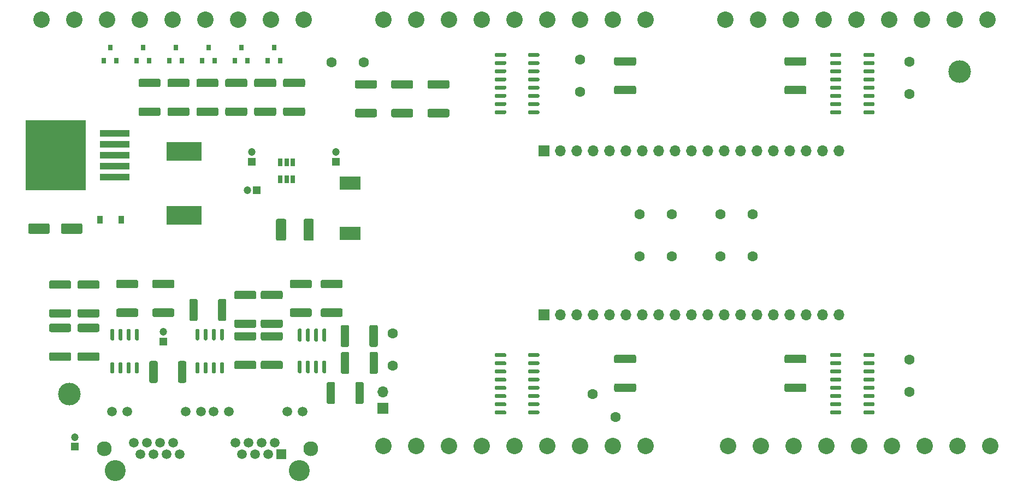
<source format=gts>
%TF.GenerationSoftware,KiCad,Pcbnew,(5.1.12)-1*%
%TF.CreationDate,2023-04-30T22:07:06+02:00*%
%TF.ProjectId,roomcontroller,726f6f6d-636f-46e7-9472-6f6c6c65722e,rev?*%
%TF.SameCoordinates,Original*%
%TF.FileFunction,Soldermask,Top*%
%TF.FilePolarity,Negative*%
%FSLAX46Y46*%
G04 Gerber Fmt 4.6, Leading zero omitted, Abs format (unit mm)*
G04 Created by KiCad (PCBNEW (5.1.12)-1) date 2023-04-30 22:07:06*
%MOMM*%
%LPD*%
G01*
G04 APERTURE LIST*
%ADD10O,1.700000X1.700000*%
%ADD11R,1.700000X1.700000*%
%ADD12C,1.600000*%
%ADD13C,2.540000*%
%ADD14C,3.500000*%
%ADD15C,1.200000*%
%ADD16R,1.200000X1.200000*%
%ADD17R,5.400000X2.900000*%
%ADD18R,3.200000X2.000000*%
%ADD19R,0.650000X1.220000*%
%ADD20R,0.800000X0.900000*%
%ADD21R,9.400000X10.800000*%
%ADD22R,4.600000X1.100000*%
%ADD23C,1.500000*%
%ADD24C,2.300000*%
%ADD25C,3.250000*%
%ADD26R,1.500000X1.500000*%
%ADD27R,0.900000X1.200000*%
G04 APERTURE END LIST*
D10*
%TO.C,ESP1*%
X112620000Y-55750000D03*
X115160000Y-55750000D03*
D11*
X107540000Y-55750000D03*
D10*
X120240000Y-55750000D03*
X127860000Y-55750000D03*
X110080000Y-55750000D03*
X117700000Y-55750000D03*
X122780000Y-55750000D03*
X130400000Y-55750000D03*
X125320000Y-55750000D03*
X140560000Y-55750000D03*
X132940000Y-55750000D03*
X150720000Y-55750000D03*
X135480000Y-55750000D03*
X153260000Y-55750000D03*
X143100000Y-55750000D03*
X138020000Y-55750000D03*
X145640000Y-55750000D03*
X148180000Y-55750000D03*
X112620000Y-81150000D03*
X115160000Y-81150000D03*
D11*
X107540000Y-81150000D03*
D10*
X120240000Y-81150000D03*
X127860000Y-81150000D03*
X110080000Y-81150000D03*
X117700000Y-81150000D03*
X122780000Y-81150000D03*
X130400000Y-81150000D03*
X125320000Y-81150000D03*
X140560000Y-81150000D03*
X132940000Y-81150000D03*
X150720000Y-81150000D03*
X135480000Y-81150000D03*
X153260000Y-81150000D03*
X143100000Y-81150000D03*
X138020000Y-81150000D03*
X145640000Y-81150000D03*
X148180000Y-81150000D03*
%TD*%
D12*
%TO.C,C16*%
X115064466Y-93464466D03*
X118600000Y-97000000D03*
%TD*%
%TO.C,C15*%
X164170000Y-93120000D03*
X164170000Y-88120000D03*
%TD*%
%TO.C,C13*%
X113070000Y-41610000D03*
X113070000Y-46610000D03*
%TD*%
%TO.C,U4*%
G36*
G01*
X153610000Y-96125000D02*
X153610000Y-96425000D01*
G75*
G02*
X153460000Y-96575000I-150000J0D01*
G01*
X152010000Y-96575000D01*
G75*
G02*
X151860000Y-96425000I0J150000D01*
G01*
X151860000Y-96125000D01*
G75*
G02*
X152010000Y-95975000I150000J0D01*
G01*
X153460000Y-95975000D01*
G75*
G02*
X153610000Y-96125000I0J-150000D01*
G01*
G37*
G36*
G01*
X153610000Y-94855000D02*
X153610000Y-95155000D01*
G75*
G02*
X153460000Y-95305000I-150000J0D01*
G01*
X152010000Y-95305000D01*
G75*
G02*
X151860000Y-95155000I0J150000D01*
G01*
X151860000Y-94855000D01*
G75*
G02*
X152010000Y-94705000I150000J0D01*
G01*
X153460000Y-94705000D01*
G75*
G02*
X153610000Y-94855000I0J-150000D01*
G01*
G37*
G36*
G01*
X153610000Y-93585000D02*
X153610000Y-93885000D01*
G75*
G02*
X153460000Y-94035000I-150000J0D01*
G01*
X152010000Y-94035000D01*
G75*
G02*
X151860000Y-93885000I0J150000D01*
G01*
X151860000Y-93585000D01*
G75*
G02*
X152010000Y-93435000I150000J0D01*
G01*
X153460000Y-93435000D01*
G75*
G02*
X153610000Y-93585000I0J-150000D01*
G01*
G37*
G36*
G01*
X153610000Y-92315000D02*
X153610000Y-92615000D01*
G75*
G02*
X153460000Y-92765000I-150000J0D01*
G01*
X152010000Y-92765000D01*
G75*
G02*
X151860000Y-92615000I0J150000D01*
G01*
X151860000Y-92315000D01*
G75*
G02*
X152010000Y-92165000I150000J0D01*
G01*
X153460000Y-92165000D01*
G75*
G02*
X153610000Y-92315000I0J-150000D01*
G01*
G37*
G36*
G01*
X153610000Y-91045000D02*
X153610000Y-91345000D01*
G75*
G02*
X153460000Y-91495000I-150000J0D01*
G01*
X152010000Y-91495000D01*
G75*
G02*
X151860000Y-91345000I0J150000D01*
G01*
X151860000Y-91045000D01*
G75*
G02*
X152010000Y-90895000I150000J0D01*
G01*
X153460000Y-90895000D01*
G75*
G02*
X153610000Y-91045000I0J-150000D01*
G01*
G37*
G36*
G01*
X153610000Y-89775000D02*
X153610000Y-90075000D01*
G75*
G02*
X153460000Y-90225000I-150000J0D01*
G01*
X152010000Y-90225000D01*
G75*
G02*
X151860000Y-90075000I0J150000D01*
G01*
X151860000Y-89775000D01*
G75*
G02*
X152010000Y-89625000I150000J0D01*
G01*
X153460000Y-89625000D01*
G75*
G02*
X153610000Y-89775000I0J-150000D01*
G01*
G37*
G36*
G01*
X153610000Y-88505000D02*
X153610000Y-88805000D01*
G75*
G02*
X153460000Y-88955000I-150000J0D01*
G01*
X152010000Y-88955000D01*
G75*
G02*
X151860000Y-88805000I0J150000D01*
G01*
X151860000Y-88505000D01*
G75*
G02*
X152010000Y-88355000I150000J0D01*
G01*
X153460000Y-88355000D01*
G75*
G02*
X153610000Y-88505000I0J-150000D01*
G01*
G37*
G36*
G01*
X153610000Y-87235000D02*
X153610000Y-87535000D01*
G75*
G02*
X153460000Y-87685000I-150000J0D01*
G01*
X152010000Y-87685000D01*
G75*
G02*
X151860000Y-87535000I0J150000D01*
G01*
X151860000Y-87235000D01*
G75*
G02*
X152010000Y-87085000I150000J0D01*
G01*
X153460000Y-87085000D01*
G75*
G02*
X153610000Y-87235000I0J-150000D01*
G01*
G37*
G36*
G01*
X158760000Y-87235000D02*
X158760000Y-87535000D01*
G75*
G02*
X158610000Y-87685000I-150000J0D01*
G01*
X157160000Y-87685000D01*
G75*
G02*
X157010000Y-87535000I0J150000D01*
G01*
X157010000Y-87235000D01*
G75*
G02*
X157160000Y-87085000I150000J0D01*
G01*
X158610000Y-87085000D01*
G75*
G02*
X158760000Y-87235000I0J-150000D01*
G01*
G37*
G36*
G01*
X158760000Y-88505000D02*
X158760000Y-88805000D01*
G75*
G02*
X158610000Y-88955000I-150000J0D01*
G01*
X157160000Y-88955000D01*
G75*
G02*
X157010000Y-88805000I0J150000D01*
G01*
X157010000Y-88505000D01*
G75*
G02*
X157160000Y-88355000I150000J0D01*
G01*
X158610000Y-88355000D01*
G75*
G02*
X158760000Y-88505000I0J-150000D01*
G01*
G37*
G36*
G01*
X158760000Y-89775000D02*
X158760000Y-90075000D01*
G75*
G02*
X158610000Y-90225000I-150000J0D01*
G01*
X157160000Y-90225000D01*
G75*
G02*
X157010000Y-90075000I0J150000D01*
G01*
X157010000Y-89775000D01*
G75*
G02*
X157160000Y-89625000I150000J0D01*
G01*
X158610000Y-89625000D01*
G75*
G02*
X158760000Y-89775000I0J-150000D01*
G01*
G37*
G36*
G01*
X158760000Y-91045000D02*
X158760000Y-91345000D01*
G75*
G02*
X158610000Y-91495000I-150000J0D01*
G01*
X157160000Y-91495000D01*
G75*
G02*
X157010000Y-91345000I0J150000D01*
G01*
X157010000Y-91045000D01*
G75*
G02*
X157160000Y-90895000I150000J0D01*
G01*
X158610000Y-90895000D01*
G75*
G02*
X158760000Y-91045000I0J-150000D01*
G01*
G37*
G36*
G01*
X158760000Y-92315000D02*
X158760000Y-92615000D01*
G75*
G02*
X158610000Y-92765000I-150000J0D01*
G01*
X157160000Y-92765000D01*
G75*
G02*
X157010000Y-92615000I0J150000D01*
G01*
X157010000Y-92315000D01*
G75*
G02*
X157160000Y-92165000I150000J0D01*
G01*
X158610000Y-92165000D01*
G75*
G02*
X158760000Y-92315000I0J-150000D01*
G01*
G37*
G36*
G01*
X158760000Y-93585000D02*
X158760000Y-93885000D01*
G75*
G02*
X158610000Y-94035000I-150000J0D01*
G01*
X157160000Y-94035000D01*
G75*
G02*
X157010000Y-93885000I0J150000D01*
G01*
X157010000Y-93585000D01*
G75*
G02*
X157160000Y-93435000I150000J0D01*
G01*
X158610000Y-93435000D01*
G75*
G02*
X158760000Y-93585000I0J-150000D01*
G01*
G37*
G36*
G01*
X158760000Y-94855000D02*
X158760000Y-95155000D01*
G75*
G02*
X158610000Y-95305000I-150000J0D01*
G01*
X157160000Y-95305000D01*
G75*
G02*
X157010000Y-95155000I0J150000D01*
G01*
X157010000Y-94855000D01*
G75*
G02*
X157160000Y-94705000I150000J0D01*
G01*
X158610000Y-94705000D01*
G75*
G02*
X158760000Y-94855000I0J-150000D01*
G01*
G37*
G36*
G01*
X158760000Y-96125000D02*
X158760000Y-96425000D01*
G75*
G02*
X158610000Y-96575000I-150000J0D01*
G01*
X157160000Y-96575000D01*
G75*
G02*
X157010000Y-96425000I0J150000D01*
G01*
X157010000Y-96125000D01*
G75*
G02*
X157160000Y-95975000I150000J0D01*
G01*
X158610000Y-95975000D01*
G75*
G02*
X158760000Y-96125000I0J-150000D01*
G01*
G37*
%TD*%
%TO.C,U3*%
G36*
G01*
X101650000Y-96125000D02*
X101650000Y-96425000D01*
G75*
G02*
X101500000Y-96575000I-150000J0D01*
G01*
X100050000Y-96575000D01*
G75*
G02*
X99900000Y-96425000I0J150000D01*
G01*
X99900000Y-96125000D01*
G75*
G02*
X100050000Y-95975000I150000J0D01*
G01*
X101500000Y-95975000D01*
G75*
G02*
X101650000Y-96125000I0J-150000D01*
G01*
G37*
G36*
G01*
X101650000Y-94855000D02*
X101650000Y-95155000D01*
G75*
G02*
X101500000Y-95305000I-150000J0D01*
G01*
X100050000Y-95305000D01*
G75*
G02*
X99900000Y-95155000I0J150000D01*
G01*
X99900000Y-94855000D01*
G75*
G02*
X100050000Y-94705000I150000J0D01*
G01*
X101500000Y-94705000D01*
G75*
G02*
X101650000Y-94855000I0J-150000D01*
G01*
G37*
G36*
G01*
X101650000Y-93585000D02*
X101650000Y-93885000D01*
G75*
G02*
X101500000Y-94035000I-150000J0D01*
G01*
X100050000Y-94035000D01*
G75*
G02*
X99900000Y-93885000I0J150000D01*
G01*
X99900000Y-93585000D01*
G75*
G02*
X100050000Y-93435000I150000J0D01*
G01*
X101500000Y-93435000D01*
G75*
G02*
X101650000Y-93585000I0J-150000D01*
G01*
G37*
G36*
G01*
X101650000Y-92315000D02*
X101650000Y-92615000D01*
G75*
G02*
X101500000Y-92765000I-150000J0D01*
G01*
X100050000Y-92765000D01*
G75*
G02*
X99900000Y-92615000I0J150000D01*
G01*
X99900000Y-92315000D01*
G75*
G02*
X100050000Y-92165000I150000J0D01*
G01*
X101500000Y-92165000D01*
G75*
G02*
X101650000Y-92315000I0J-150000D01*
G01*
G37*
G36*
G01*
X101650000Y-91045000D02*
X101650000Y-91345000D01*
G75*
G02*
X101500000Y-91495000I-150000J0D01*
G01*
X100050000Y-91495000D01*
G75*
G02*
X99900000Y-91345000I0J150000D01*
G01*
X99900000Y-91045000D01*
G75*
G02*
X100050000Y-90895000I150000J0D01*
G01*
X101500000Y-90895000D01*
G75*
G02*
X101650000Y-91045000I0J-150000D01*
G01*
G37*
G36*
G01*
X101650000Y-89775000D02*
X101650000Y-90075000D01*
G75*
G02*
X101500000Y-90225000I-150000J0D01*
G01*
X100050000Y-90225000D01*
G75*
G02*
X99900000Y-90075000I0J150000D01*
G01*
X99900000Y-89775000D01*
G75*
G02*
X100050000Y-89625000I150000J0D01*
G01*
X101500000Y-89625000D01*
G75*
G02*
X101650000Y-89775000I0J-150000D01*
G01*
G37*
G36*
G01*
X101650000Y-88505000D02*
X101650000Y-88805000D01*
G75*
G02*
X101500000Y-88955000I-150000J0D01*
G01*
X100050000Y-88955000D01*
G75*
G02*
X99900000Y-88805000I0J150000D01*
G01*
X99900000Y-88505000D01*
G75*
G02*
X100050000Y-88355000I150000J0D01*
G01*
X101500000Y-88355000D01*
G75*
G02*
X101650000Y-88505000I0J-150000D01*
G01*
G37*
G36*
G01*
X101650000Y-87235000D02*
X101650000Y-87535000D01*
G75*
G02*
X101500000Y-87685000I-150000J0D01*
G01*
X100050000Y-87685000D01*
G75*
G02*
X99900000Y-87535000I0J150000D01*
G01*
X99900000Y-87235000D01*
G75*
G02*
X100050000Y-87085000I150000J0D01*
G01*
X101500000Y-87085000D01*
G75*
G02*
X101650000Y-87235000I0J-150000D01*
G01*
G37*
G36*
G01*
X106800000Y-87235000D02*
X106800000Y-87535000D01*
G75*
G02*
X106650000Y-87685000I-150000J0D01*
G01*
X105200000Y-87685000D01*
G75*
G02*
X105050000Y-87535000I0J150000D01*
G01*
X105050000Y-87235000D01*
G75*
G02*
X105200000Y-87085000I150000J0D01*
G01*
X106650000Y-87085000D01*
G75*
G02*
X106800000Y-87235000I0J-150000D01*
G01*
G37*
G36*
G01*
X106800000Y-88505000D02*
X106800000Y-88805000D01*
G75*
G02*
X106650000Y-88955000I-150000J0D01*
G01*
X105200000Y-88955000D01*
G75*
G02*
X105050000Y-88805000I0J150000D01*
G01*
X105050000Y-88505000D01*
G75*
G02*
X105200000Y-88355000I150000J0D01*
G01*
X106650000Y-88355000D01*
G75*
G02*
X106800000Y-88505000I0J-150000D01*
G01*
G37*
G36*
G01*
X106800000Y-89775000D02*
X106800000Y-90075000D01*
G75*
G02*
X106650000Y-90225000I-150000J0D01*
G01*
X105200000Y-90225000D01*
G75*
G02*
X105050000Y-90075000I0J150000D01*
G01*
X105050000Y-89775000D01*
G75*
G02*
X105200000Y-89625000I150000J0D01*
G01*
X106650000Y-89625000D01*
G75*
G02*
X106800000Y-89775000I0J-150000D01*
G01*
G37*
G36*
G01*
X106800000Y-91045000D02*
X106800000Y-91345000D01*
G75*
G02*
X106650000Y-91495000I-150000J0D01*
G01*
X105200000Y-91495000D01*
G75*
G02*
X105050000Y-91345000I0J150000D01*
G01*
X105050000Y-91045000D01*
G75*
G02*
X105200000Y-90895000I150000J0D01*
G01*
X106650000Y-90895000D01*
G75*
G02*
X106800000Y-91045000I0J-150000D01*
G01*
G37*
G36*
G01*
X106800000Y-92315000D02*
X106800000Y-92615000D01*
G75*
G02*
X106650000Y-92765000I-150000J0D01*
G01*
X105200000Y-92765000D01*
G75*
G02*
X105050000Y-92615000I0J150000D01*
G01*
X105050000Y-92315000D01*
G75*
G02*
X105200000Y-92165000I150000J0D01*
G01*
X106650000Y-92165000D01*
G75*
G02*
X106800000Y-92315000I0J-150000D01*
G01*
G37*
G36*
G01*
X106800000Y-93585000D02*
X106800000Y-93885000D01*
G75*
G02*
X106650000Y-94035000I-150000J0D01*
G01*
X105200000Y-94035000D01*
G75*
G02*
X105050000Y-93885000I0J150000D01*
G01*
X105050000Y-93585000D01*
G75*
G02*
X105200000Y-93435000I150000J0D01*
G01*
X106650000Y-93435000D01*
G75*
G02*
X106800000Y-93585000I0J-150000D01*
G01*
G37*
G36*
G01*
X106800000Y-94855000D02*
X106800000Y-95155000D01*
G75*
G02*
X106650000Y-95305000I-150000J0D01*
G01*
X105200000Y-95305000D01*
G75*
G02*
X105050000Y-95155000I0J150000D01*
G01*
X105050000Y-94855000D01*
G75*
G02*
X105200000Y-94705000I150000J0D01*
G01*
X106650000Y-94705000D01*
G75*
G02*
X106800000Y-94855000I0J-150000D01*
G01*
G37*
G36*
G01*
X106800000Y-96125000D02*
X106800000Y-96425000D01*
G75*
G02*
X106650000Y-96575000I-150000J0D01*
G01*
X105200000Y-96575000D01*
G75*
G02*
X105050000Y-96425000I0J150000D01*
G01*
X105050000Y-96125000D01*
G75*
G02*
X105200000Y-95975000I150000J0D01*
G01*
X106650000Y-95975000D01*
G75*
G02*
X106800000Y-96125000I0J-150000D01*
G01*
G37*
%TD*%
%TO.C,U2*%
G36*
G01*
X105050000Y-41035000D02*
X105050000Y-40735000D01*
G75*
G02*
X105200000Y-40585000I150000J0D01*
G01*
X106650000Y-40585000D01*
G75*
G02*
X106800000Y-40735000I0J-150000D01*
G01*
X106800000Y-41035000D01*
G75*
G02*
X106650000Y-41185000I-150000J0D01*
G01*
X105200000Y-41185000D01*
G75*
G02*
X105050000Y-41035000I0J150000D01*
G01*
G37*
G36*
G01*
X105050000Y-42305000D02*
X105050000Y-42005000D01*
G75*
G02*
X105200000Y-41855000I150000J0D01*
G01*
X106650000Y-41855000D01*
G75*
G02*
X106800000Y-42005000I0J-150000D01*
G01*
X106800000Y-42305000D01*
G75*
G02*
X106650000Y-42455000I-150000J0D01*
G01*
X105200000Y-42455000D01*
G75*
G02*
X105050000Y-42305000I0J150000D01*
G01*
G37*
G36*
G01*
X105050000Y-43575000D02*
X105050000Y-43275000D01*
G75*
G02*
X105200000Y-43125000I150000J0D01*
G01*
X106650000Y-43125000D01*
G75*
G02*
X106800000Y-43275000I0J-150000D01*
G01*
X106800000Y-43575000D01*
G75*
G02*
X106650000Y-43725000I-150000J0D01*
G01*
X105200000Y-43725000D01*
G75*
G02*
X105050000Y-43575000I0J150000D01*
G01*
G37*
G36*
G01*
X105050000Y-44845000D02*
X105050000Y-44545000D01*
G75*
G02*
X105200000Y-44395000I150000J0D01*
G01*
X106650000Y-44395000D01*
G75*
G02*
X106800000Y-44545000I0J-150000D01*
G01*
X106800000Y-44845000D01*
G75*
G02*
X106650000Y-44995000I-150000J0D01*
G01*
X105200000Y-44995000D01*
G75*
G02*
X105050000Y-44845000I0J150000D01*
G01*
G37*
G36*
G01*
X105050000Y-46115000D02*
X105050000Y-45815000D01*
G75*
G02*
X105200000Y-45665000I150000J0D01*
G01*
X106650000Y-45665000D01*
G75*
G02*
X106800000Y-45815000I0J-150000D01*
G01*
X106800000Y-46115000D01*
G75*
G02*
X106650000Y-46265000I-150000J0D01*
G01*
X105200000Y-46265000D01*
G75*
G02*
X105050000Y-46115000I0J150000D01*
G01*
G37*
G36*
G01*
X105050000Y-47385000D02*
X105050000Y-47085000D01*
G75*
G02*
X105200000Y-46935000I150000J0D01*
G01*
X106650000Y-46935000D01*
G75*
G02*
X106800000Y-47085000I0J-150000D01*
G01*
X106800000Y-47385000D01*
G75*
G02*
X106650000Y-47535000I-150000J0D01*
G01*
X105200000Y-47535000D01*
G75*
G02*
X105050000Y-47385000I0J150000D01*
G01*
G37*
G36*
G01*
X105050000Y-48655000D02*
X105050000Y-48355000D01*
G75*
G02*
X105200000Y-48205000I150000J0D01*
G01*
X106650000Y-48205000D01*
G75*
G02*
X106800000Y-48355000I0J-150000D01*
G01*
X106800000Y-48655000D01*
G75*
G02*
X106650000Y-48805000I-150000J0D01*
G01*
X105200000Y-48805000D01*
G75*
G02*
X105050000Y-48655000I0J150000D01*
G01*
G37*
G36*
G01*
X105050000Y-49925000D02*
X105050000Y-49625000D01*
G75*
G02*
X105200000Y-49475000I150000J0D01*
G01*
X106650000Y-49475000D01*
G75*
G02*
X106800000Y-49625000I0J-150000D01*
G01*
X106800000Y-49925000D01*
G75*
G02*
X106650000Y-50075000I-150000J0D01*
G01*
X105200000Y-50075000D01*
G75*
G02*
X105050000Y-49925000I0J150000D01*
G01*
G37*
G36*
G01*
X99900000Y-49925000D02*
X99900000Y-49625000D01*
G75*
G02*
X100050000Y-49475000I150000J0D01*
G01*
X101500000Y-49475000D01*
G75*
G02*
X101650000Y-49625000I0J-150000D01*
G01*
X101650000Y-49925000D01*
G75*
G02*
X101500000Y-50075000I-150000J0D01*
G01*
X100050000Y-50075000D01*
G75*
G02*
X99900000Y-49925000I0J150000D01*
G01*
G37*
G36*
G01*
X99900000Y-48655000D02*
X99900000Y-48355000D01*
G75*
G02*
X100050000Y-48205000I150000J0D01*
G01*
X101500000Y-48205000D01*
G75*
G02*
X101650000Y-48355000I0J-150000D01*
G01*
X101650000Y-48655000D01*
G75*
G02*
X101500000Y-48805000I-150000J0D01*
G01*
X100050000Y-48805000D01*
G75*
G02*
X99900000Y-48655000I0J150000D01*
G01*
G37*
G36*
G01*
X99900000Y-47385000D02*
X99900000Y-47085000D01*
G75*
G02*
X100050000Y-46935000I150000J0D01*
G01*
X101500000Y-46935000D01*
G75*
G02*
X101650000Y-47085000I0J-150000D01*
G01*
X101650000Y-47385000D01*
G75*
G02*
X101500000Y-47535000I-150000J0D01*
G01*
X100050000Y-47535000D01*
G75*
G02*
X99900000Y-47385000I0J150000D01*
G01*
G37*
G36*
G01*
X99900000Y-46115000D02*
X99900000Y-45815000D01*
G75*
G02*
X100050000Y-45665000I150000J0D01*
G01*
X101500000Y-45665000D01*
G75*
G02*
X101650000Y-45815000I0J-150000D01*
G01*
X101650000Y-46115000D01*
G75*
G02*
X101500000Y-46265000I-150000J0D01*
G01*
X100050000Y-46265000D01*
G75*
G02*
X99900000Y-46115000I0J150000D01*
G01*
G37*
G36*
G01*
X99900000Y-44845000D02*
X99900000Y-44545000D01*
G75*
G02*
X100050000Y-44395000I150000J0D01*
G01*
X101500000Y-44395000D01*
G75*
G02*
X101650000Y-44545000I0J-150000D01*
G01*
X101650000Y-44845000D01*
G75*
G02*
X101500000Y-44995000I-150000J0D01*
G01*
X100050000Y-44995000D01*
G75*
G02*
X99900000Y-44845000I0J150000D01*
G01*
G37*
G36*
G01*
X99900000Y-43575000D02*
X99900000Y-43275000D01*
G75*
G02*
X100050000Y-43125000I150000J0D01*
G01*
X101500000Y-43125000D01*
G75*
G02*
X101650000Y-43275000I0J-150000D01*
G01*
X101650000Y-43575000D01*
G75*
G02*
X101500000Y-43725000I-150000J0D01*
G01*
X100050000Y-43725000D01*
G75*
G02*
X99900000Y-43575000I0J150000D01*
G01*
G37*
G36*
G01*
X99900000Y-42305000D02*
X99900000Y-42005000D01*
G75*
G02*
X100050000Y-41855000I150000J0D01*
G01*
X101500000Y-41855000D01*
G75*
G02*
X101650000Y-42005000I0J-150000D01*
G01*
X101650000Y-42305000D01*
G75*
G02*
X101500000Y-42455000I-150000J0D01*
G01*
X100050000Y-42455000D01*
G75*
G02*
X99900000Y-42305000I0J150000D01*
G01*
G37*
G36*
G01*
X99900000Y-41035000D02*
X99900000Y-40735000D01*
G75*
G02*
X100050000Y-40585000I150000J0D01*
G01*
X101500000Y-40585000D01*
G75*
G02*
X101650000Y-40735000I0J-150000D01*
G01*
X101650000Y-41035000D01*
G75*
G02*
X101500000Y-41185000I-150000J0D01*
G01*
X100050000Y-41185000D01*
G75*
G02*
X99900000Y-41035000I0J150000D01*
G01*
G37*
%TD*%
%TO.C,U1*%
G36*
G01*
X157010000Y-41035000D02*
X157010000Y-40735000D01*
G75*
G02*
X157160000Y-40585000I150000J0D01*
G01*
X158610000Y-40585000D01*
G75*
G02*
X158760000Y-40735000I0J-150000D01*
G01*
X158760000Y-41035000D01*
G75*
G02*
X158610000Y-41185000I-150000J0D01*
G01*
X157160000Y-41185000D01*
G75*
G02*
X157010000Y-41035000I0J150000D01*
G01*
G37*
G36*
G01*
X157010000Y-42305000D02*
X157010000Y-42005000D01*
G75*
G02*
X157160000Y-41855000I150000J0D01*
G01*
X158610000Y-41855000D01*
G75*
G02*
X158760000Y-42005000I0J-150000D01*
G01*
X158760000Y-42305000D01*
G75*
G02*
X158610000Y-42455000I-150000J0D01*
G01*
X157160000Y-42455000D01*
G75*
G02*
X157010000Y-42305000I0J150000D01*
G01*
G37*
G36*
G01*
X157010000Y-43575000D02*
X157010000Y-43275000D01*
G75*
G02*
X157160000Y-43125000I150000J0D01*
G01*
X158610000Y-43125000D01*
G75*
G02*
X158760000Y-43275000I0J-150000D01*
G01*
X158760000Y-43575000D01*
G75*
G02*
X158610000Y-43725000I-150000J0D01*
G01*
X157160000Y-43725000D01*
G75*
G02*
X157010000Y-43575000I0J150000D01*
G01*
G37*
G36*
G01*
X157010000Y-44845000D02*
X157010000Y-44545000D01*
G75*
G02*
X157160000Y-44395000I150000J0D01*
G01*
X158610000Y-44395000D01*
G75*
G02*
X158760000Y-44545000I0J-150000D01*
G01*
X158760000Y-44845000D01*
G75*
G02*
X158610000Y-44995000I-150000J0D01*
G01*
X157160000Y-44995000D01*
G75*
G02*
X157010000Y-44845000I0J150000D01*
G01*
G37*
G36*
G01*
X157010000Y-46115000D02*
X157010000Y-45815000D01*
G75*
G02*
X157160000Y-45665000I150000J0D01*
G01*
X158610000Y-45665000D01*
G75*
G02*
X158760000Y-45815000I0J-150000D01*
G01*
X158760000Y-46115000D01*
G75*
G02*
X158610000Y-46265000I-150000J0D01*
G01*
X157160000Y-46265000D01*
G75*
G02*
X157010000Y-46115000I0J150000D01*
G01*
G37*
G36*
G01*
X157010000Y-47385000D02*
X157010000Y-47085000D01*
G75*
G02*
X157160000Y-46935000I150000J0D01*
G01*
X158610000Y-46935000D01*
G75*
G02*
X158760000Y-47085000I0J-150000D01*
G01*
X158760000Y-47385000D01*
G75*
G02*
X158610000Y-47535000I-150000J0D01*
G01*
X157160000Y-47535000D01*
G75*
G02*
X157010000Y-47385000I0J150000D01*
G01*
G37*
G36*
G01*
X157010000Y-48655000D02*
X157010000Y-48355000D01*
G75*
G02*
X157160000Y-48205000I150000J0D01*
G01*
X158610000Y-48205000D01*
G75*
G02*
X158760000Y-48355000I0J-150000D01*
G01*
X158760000Y-48655000D01*
G75*
G02*
X158610000Y-48805000I-150000J0D01*
G01*
X157160000Y-48805000D01*
G75*
G02*
X157010000Y-48655000I0J150000D01*
G01*
G37*
G36*
G01*
X157010000Y-49925000D02*
X157010000Y-49625000D01*
G75*
G02*
X157160000Y-49475000I150000J0D01*
G01*
X158610000Y-49475000D01*
G75*
G02*
X158760000Y-49625000I0J-150000D01*
G01*
X158760000Y-49925000D01*
G75*
G02*
X158610000Y-50075000I-150000J0D01*
G01*
X157160000Y-50075000D01*
G75*
G02*
X157010000Y-49925000I0J150000D01*
G01*
G37*
G36*
G01*
X151860000Y-49925000D02*
X151860000Y-49625000D01*
G75*
G02*
X152010000Y-49475000I150000J0D01*
G01*
X153460000Y-49475000D01*
G75*
G02*
X153610000Y-49625000I0J-150000D01*
G01*
X153610000Y-49925000D01*
G75*
G02*
X153460000Y-50075000I-150000J0D01*
G01*
X152010000Y-50075000D01*
G75*
G02*
X151860000Y-49925000I0J150000D01*
G01*
G37*
G36*
G01*
X151860000Y-48655000D02*
X151860000Y-48355000D01*
G75*
G02*
X152010000Y-48205000I150000J0D01*
G01*
X153460000Y-48205000D01*
G75*
G02*
X153610000Y-48355000I0J-150000D01*
G01*
X153610000Y-48655000D01*
G75*
G02*
X153460000Y-48805000I-150000J0D01*
G01*
X152010000Y-48805000D01*
G75*
G02*
X151860000Y-48655000I0J150000D01*
G01*
G37*
G36*
G01*
X151860000Y-47385000D02*
X151860000Y-47085000D01*
G75*
G02*
X152010000Y-46935000I150000J0D01*
G01*
X153460000Y-46935000D01*
G75*
G02*
X153610000Y-47085000I0J-150000D01*
G01*
X153610000Y-47385000D01*
G75*
G02*
X153460000Y-47535000I-150000J0D01*
G01*
X152010000Y-47535000D01*
G75*
G02*
X151860000Y-47385000I0J150000D01*
G01*
G37*
G36*
G01*
X151860000Y-46115000D02*
X151860000Y-45815000D01*
G75*
G02*
X152010000Y-45665000I150000J0D01*
G01*
X153460000Y-45665000D01*
G75*
G02*
X153610000Y-45815000I0J-150000D01*
G01*
X153610000Y-46115000D01*
G75*
G02*
X153460000Y-46265000I-150000J0D01*
G01*
X152010000Y-46265000D01*
G75*
G02*
X151860000Y-46115000I0J150000D01*
G01*
G37*
G36*
G01*
X151860000Y-44845000D02*
X151860000Y-44545000D01*
G75*
G02*
X152010000Y-44395000I150000J0D01*
G01*
X153460000Y-44395000D01*
G75*
G02*
X153610000Y-44545000I0J-150000D01*
G01*
X153610000Y-44845000D01*
G75*
G02*
X153460000Y-44995000I-150000J0D01*
G01*
X152010000Y-44995000D01*
G75*
G02*
X151860000Y-44845000I0J150000D01*
G01*
G37*
G36*
G01*
X151860000Y-43575000D02*
X151860000Y-43275000D01*
G75*
G02*
X152010000Y-43125000I150000J0D01*
G01*
X153460000Y-43125000D01*
G75*
G02*
X153610000Y-43275000I0J-150000D01*
G01*
X153610000Y-43575000D01*
G75*
G02*
X153460000Y-43725000I-150000J0D01*
G01*
X152010000Y-43725000D01*
G75*
G02*
X151860000Y-43575000I0J150000D01*
G01*
G37*
G36*
G01*
X151860000Y-42305000D02*
X151860000Y-42005000D01*
G75*
G02*
X152010000Y-41855000I150000J0D01*
G01*
X153460000Y-41855000D01*
G75*
G02*
X153610000Y-42005000I0J-150000D01*
G01*
X153610000Y-42305000D01*
G75*
G02*
X153460000Y-42455000I-150000J0D01*
G01*
X152010000Y-42455000D01*
G75*
G02*
X151860000Y-42305000I0J150000D01*
G01*
G37*
G36*
G01*
X151860000Y-41035000D02*
X151860000Y-40735000D01*
G75*
G02*
X152010000Y-40585000I150000J0D01*
G01*
X153460000Y-40585000D01*
G75*
G02*
X153610000Y-40735000I0J-150000D01*
G01*
X153610000Y-41035000D01*
G75*
G02*
X153460000Y-41185000I-150000J0D01*
G01*
X152010000Y-41185000D01*
G75*
G02*
X151860000Y-41035000I0J150000D01*
G01*
G37*
%TD*%
D13*
%TO.C,J6*%
X176720000Y-101450000D03*
X171640000Y-101450000D03*
X166560000Y-101450000D03*
X161480000Y-101450000D03*
X156400000Y-101450000D03*
X151320000Y-101450000D03*
X146240000Y-101450000D03*
X141160000Y-101450000D03*
X136080000Y-101450000D03*
%TD*%
%TO.C,J5*%
X123220000Y-101450000D03*
X118140000Y-101450000D03*
X113060000Y-101450000D03*
X107980000Y-101450000D03*
X102900000Y-101450000D03*
X97820000Y-101450000D03*
X92740000Y-101450000D03*
X87660000Y-101450000D03*
X82580000Y-101450000D03*
%TD*%
%TO.C,J2*%
X135580000Y-35450000D03*
X140660000Y-35450000D03*
X145740000Y-35450000D03*
X150820000Y-35450000D03*
X155900000Y-35450000D03*
X160980000Y-35450000D03*
X166060000Y-35450000D03*
X171140000Y-35450000D03*
X176220000Y-35450000D03*
%TD*%
%TO.C,J4*%
X107980000Y-35450000D03*
X113060000Y-35450000D03*
X118140000Y-35450000D03*
X123220000Y-35450000D03*
X82580000Y-35450000D03*
X87660000Y-35450000D03*
X92740000Y-35450000D03*
X97820000Y-35450000D03*
X102900000Y-35450000D03*
%TD*%
%TO.C,J3*%
X54980000Y-35450000D03*
X60060000Y-35450000D03*
X65140000Y-35450000D03*
X70220000Y-35450000D03*
X29580000Y-35450000D03*
X34660000Y-35450000D03*
X39740000Y-35450000D03*
X44820000Y-35450000D03*
X49900000Y-35450000D03*
%TD*%
D14*
%TO.C,H1*%
X171960000Y-43450000D03*
%TD*%
%TO.C,H2*%
X33960000Y-93450000D03*
%TD*%
D15*
%TO.C,C2*%
X48500000Y-83800000D03*
D16*
X48500000Y-85300000D03*
%TD*%
D15*
%TO.C,C17*%
X34800000Y-100100000D03*
D16*
X34800000Y-101600000D03*
%TD*%
D15*
%TO.C,C6*%
X61500000Y-61840000D03*
D16*
X63000000Y-61840000D03*
%TD*%
D15*
%TO.C,C5*%
X75240000Y-55920000D03*
D16*
X75240000Y-57420000D03*
%TD*%
D15*
%TO.C,C3*%
X62200000Y-55940000D03*
D16*
X62200000Y-57440000D03*
%TD*%
%TO.C,C1*%
G36*
G01*
X32635000Y-68350000D02*
X32635000Y-67250000D01*
G75*
G02*
X32885000Y-67000000I250000J0D01*
G01*
X35710000Y-67000000D01*
G75*
G02*
X35960000Y-67250000I0J-250000D01*
G01*
X35960000Y-68350000D01*
G75*
G02*
X35710000Y-68600000I-250000J0D01*
G01*
X32885000Y-68600000D01*
G75*
G02*
X32635000Y-68350000I0J250000D01*
G01*
G37*
G36*
G01*
X27560000Y-68350000D02*
X27560000Y-67250000D01*
G75*
G02*
X27810000Y-67000000I250000J0D01*
G01*
X30635000Y-67000000D01*
G75*
G02*
X30885000Y-67250000I0J-250000D01*
G01*
X30885000Y-68350000D01*
G75*
G02*
X30635000Y-68600000I-250000J0D01*
G01*
X27810000Y-68600000D01*
G75*
G02*
X27560000Y-68350000I0J250000D01*
G01*
G37*
%TD*%
%TO.C,U9*%
G36*
G01*
X44255000Y-88500000D02*
X44555000Y-88500000D01*
G75*
G02*
X44705000Y-88650000I0J-150000D01*
G01*
X44705000Y-90100000D01*
G75*
G02*
X44555000Y-90250000I-150000J0D01*
G01*
X44255000Y-90250000D01*
G75*
G02*
X44105000Y-90100000I0J150000D01*
G01*
X44105000Y-88650000D01*
G75*
G02*
X44255000Y-88500000I150000J0D01*
G01*
G37*
G36*
G01*
X42985000Y-88500000D02*
X43285000Y-88500000D01*
G75*
G02*
X43435000Y-88650000I0J-150000D01*
G01*
X43435000Y-90100000D01*
G75*
G02*
X43285000Y-90250000I-150000J0D01*
G01*
X42985000Y-90250000D01*
G75*
G02*
X42835000Y-90100000I0J150000D01*
G01*
X42835000Y-88650000D01*
G75*
G02*
X42985000Y-88500000I150000J0D01*
G01*
G37*
G36*
G01*
X41715000Y-88500000D02*
X42015000Y-88500000D01*
G75*
G02*
X42165000Y-88650000I0J-150000D01*
G01*
X42165000Y-90100000D01*
G75*
G02*
X42015000Y-90250000I-150000J0D01*
G01*
X41715000Y-90250000D01*
G75*
G02*
X41565000Y-90100000I0J150000D01*
G01*
X41565000Y-88650000D01*
G75*
G02*
X41715000Y-88500000I150000J0D01*
G01*
G37*
G36*
G01*
X40445000Y-88500000D02*
X40745000Y-88500000D01*
G75*
G02*
X40895000Y-88650000I0J-150000D01*
G01*
X40895000Y-90100000D01*
G75*
G02*
X40745000Y-90250000I-150000J0D01*
G01*
X40445000Y-90250000D01*
G75*
G02*
X40295000Y-90100000I0J150000D01*
G01*
X40295000Y-88650000D01*
G75*
G02*
X40445000Y-88500000I150000J0D01*
G01*
G37*
G36*
G01*
X40445000Y-83350000D02*
X40745000Y-83350000D01*
G75*
G02*
X40895000Y-83500000I0J-150000D01*
G01*
X40895000Y-84950000D01*
G75*
G02*
X40745000Y-85100000I-150000J0D01*
G01*
X40445000Y-85100000D01*
G75*
G02*
X40295000Y-84950000I0J150000D01*
G01*
X40295000Y-83500000D01*
G75*
G02*
X40445000Y-83350000I150000J0D01*
G01*
G37*
G36*
G01*
X41715000Y-83350000D02*
X42015000Y-83350000D01*
G75*
G02*
X42165000Y-83500000I0J-150000D01*
G01*
X42165000Y-84950000D01*
G75*
G02*
X42015000Y-85100000I-150000J0D01*
G01*
X41715000Y-85100000D01*
G75*
G02*
X41565000Y-84950000I0J150000D01*
G01*
X41565000Y-83500000D01*
G75*
G02*
X41715000Y-83350000I150000J0D01*
G01*
G37*
G36*
G01*
X42985000Y-83350000D02*
X43285000Y-83350000D01*
G75*
G02*
X43435000Y-83500000I0J-150000D01*
G01*
X43435000Y-84950000D01*
G75*
G02*
X43285000Y-85100000I-150000J0D01*
G01*
X42985000Y-85100000D01*
G75*
G02*
X42835000Y-84950000I0J150000D01*
G01*
X42835000Y-83500000D01*
G75*
G02*
X42985000Y-83350000I150000J0D01*
G01*
G37*
G36*
G01*
X44255000Y-83350000D02*
X44555000Y-83350000D01*
G75*
G02*
X44705000Y-83500000I0J-150000D01*
G01*
X44705000Y-84950000D01*
G75*
G02*
X44555000Y-85100000I-150000J0D01*
G01*
X44255000Y-85100000D01*
G75*
G02*
X44105000Y-84950000I0J150000D01*
G01*
X44105000Y-83500000D01*
G75*
G02*
X44255000Y-83350000I150000J0D01*
G01*
G37*
%TD*%
%TO.C,R30*%
G36*
G01*
X50775000Y-91450001D02*
X50775000Y-88549999D01*
G75*
G02*
X51024999Y-88300000I249999J0D01*
G01*
X51825001Y-88300000D01*
G75*
G02*
X52075000Y-88549999I0J-249999D01*
G01*
X52075000Y-91450001D01*
G75*
G02*
X51825001Y-91700000I-249999J0D01*
G01*
X51024999Y-91700000D01*
G75*
G02*
X50775000Y-91450001I0J249999D01*
G01*
G37*
G36*
G01*
X46325000Y-91450001D02*
X46325000Y-88549999D01*
G75*
G02*
X46574999Y-88300000I249999J0D01*
G01*
X47375001Y-88300000D01*
G75*
G02*
X47625000Y-88549999I0J-249999D01*
G01*
X47625000Y-91450001D01*
G75*
G02*
X47375001Y-91700000I-249999J0D01*
G01*
X46574999Y-91700000D01*
G75*
G02*
X46325000Y-91450001I0J249999D01*
G01*
G37*
%TD*%
%TO.C,R29*%
G36*
G01*
X31049999Y-86975000D02*
X33950001Y-86975000D01*
G75*
G02*
X34200000Y-87224999I0J-249999D01*
G01*
X34200000Y-88025001D01*
G75*
G02*
X33950001Y-88275000I-249999J0D01*
G01*
X31049999Y-88275000D01*
G75*
G02*
X30800000Y-88025001I0J249999D01*
G01*
X30800000Y-87224999D01*
G75*
G02*
X31049999Y-86975000I249999J0D01*
G01*
G37*
G36*
G01*
X31049999Y-82525000D02*
X33950001Y-82525000D01*
G75*
G02*
X34200000Y-82774999I0J-249999D01*
G01*
X34200000Y-83575001D01*
G75*
G02*
X33950001Y-83825000I-249999J0D01*
G01*
X31049999Y-83825000D01*
G75*
G02*
X30800000Y-83575001I0J249999D01*
G01*
X30800000Y-82774999D01*
G75*
G02*
X31049999Y-82525000I249999J0D01*
G01*
G37*
%TD*%
%TO.C,R28*%
G36*
G01*
X38350001Y-77125000D02*
X35449999Y-77125000D01*
G75*
G02*
X35200000Y-76875001I0J249999D01*
G01*
X35200000Y-76074999D01*
G75*
G02*
X35449999Y-75825000I249999J0D01*
G01*
X38350001Y-75825000D01*
G75*
G02*
X38600000Y-76074999I0J-249999D01*
G01*
X38600000Y-76875001D01*
G75*
G02*
X38350001Y-77125000I-249999J0D01*
G01*
G37*
G36*
G01*
X38350001Y-81575000D02*
X35449999Y-81575000D01*
G75*
G02*
X35200000Y-81325001I0J249999D01*
G01*
X35200000Y-80524999D01*
G75*
G02*
X35449999Y-80275000I249999J0D01*
G01*
X38350001Y-80275000D01*
G75*
G02*
X38600000Y-80524999I0J-249999D01*
G01*
X38600000Y-81325001D01*
G75*
G02*
X38350001Y-81575000I-249999J0D01*
G01*
G37*
%TD*%
%TO.C,R27*%
G36*
G01*
X33950001Y-77125000D02*
X31049999Y-77125000D01*
G75*
G02*
X30800000Y-76875001I0J249999D01*
G01*
X30800000Y-76074999D01*
G75*
G02*
X31049999Y-75825000I249999J0D01*
G01*
X33950001Y-75825000D01*
G75*
G02*
X34200000Y-76074999I0J-249999D01*
G01*
X34200000Y-76875001D01*
G75*
G02*
X33950001Y-77125000I-249999J0D01*
G01*
G37*
G36*
G01*
X33950001Y-81575000D02*
X31049999Y-81575000D01*
G75*
G02*
X30800000Y-81325001I0J249999D01*
G01*
X30800000Y-80524999D01*
G75*
G02*
X31049999Y-80275000I249999J0D01*
G01*
X33950001Y-80275000D01*
G75*
G02*
X34200000Y-80524999I0J-249999D01*
G01*
X34200000Y-81325001D01*
G75*
G02*
X33950001Y-81575000I-249999J0D01*
G01*
G37*
%TD*%
%TO.C,R26*%
G36*
G01*
X47049999Y-80175000D02*
X49950001Y-80175000D01*
G75*
G02*
X50200000Y-80424999I0J-249999D01*
G01*
X50200000Y-81225001D01*
G75*
G02*
X49950001Y-81475000I-249999J0D01*
G01*
X47049999Y-81475000D01*
G75*
G02*
X46800000Y-81225001I0J249999D01*
G01*
X46800000Y-80424999D01*
G75*
G02*
X47049999Y-80175000I249999J0D01*
G01*
G37*
G36*
G01*
X47049999Y-75725000D02*
X49950001Y-75725000D01*
G75*
G02*
X50200000Y-75974999I0J-249999D01*
G01*
X50200000Y-76775001D01*
G75*
G02*
X49950001Y-77025000I-249999J0D01*
G01*
X47049999Y-77025000D01*
G75*
G02*
X46800000Y-76775001I0J249999D01*
G01*
X46800000Y-75974999D01*
G75*
G02*
X47049999Y-75725000I249999J0D01*
G01*
G37*
%TD*%
%TO.C,R25*%
G36*
G01*
X44350001Y-77025000D02*
X41449999Y-77025000D01*
G75*
G02*
X41200000Y-76775001I0J249999D01*
G01*
X41200000Y-75974999D01*
G75*
G02*
X41449999Y-75725000I249999J0D01*
G01*
X44350001Y-75725000D01*
G75*
G02*
X44600000Y-75974999I0J-249999D01*
G01*
X44600000Y-76775001D01*
G75*
G02*
X44350001Y-77025000I-249999J0D01*
G01*
G37*
G36*
G01*
X44350001Y-81475000D02*
X41449999Y-81475000D01*
G75*
G02*
X41200000Y-81225001I0J249999D01*
G01*
X41200000Y-80424999D01*
G75*
G02*
X41449999Y-80175000I249999J0D01*
G01*
X44350001Y-80175000D01*
G75*
G02*
X44600000Y-80424999I0J-249999D01*
G01*
X44600000Y-81225001D01*
G75*
G02*
X44350001Y-81475000I-249999J0D01*
G01*
G37*
%TD*%
%TO.C,R24*%
G36*
G01*
X35449999Y-86975000D02*
X38350001Y-86975000D01*
G75*
G02*
X38600000Y-87224999I0J-249999D01*
G01*
X38600000Y-88025001D01*
G75*
G02*
X38350001Y-88275000I-249999J0D01*
G01*
X35449999Y-88275000D01*
G75*
G02*
X35200000Y-88025001I0J249999D01*
G01*
X35200000Y-87224999D01*
G75*
G02*
X35449999Y-86975000I249999J0D01*
G01*
G37*
G36*
G01*
X35449999Y-82525000D02*
X38350001Y-82525000D01*
G75*
G02*
X38600000Y-82774999I0J-249999D01*
G01*
X38600000Y-83575001D01*
G75*
G02*
X38350001Y-83825000I-249999J0D01*
G01*
X35449999Y-83825000D01*
G75*
G02*
X35200000Y-83575001I0J249999D01*
G01*
X35200000Y-82774999D01*
G75*
G02*
X35449999Y-82525000I249999J0D01*
G01*
G37*
%TD*%
D12*
%TO.C,C14*%
X164170000Y-41950000D03*
X164170000Y-46950000D03*
%TD*%
%TO.C,C12*%
X84100000Y-84000000D03*
X84100000Y-89000000D03*
%TD*%
%TO.C,C11*%
X74560000Y-42010000D03*
X79560000Y-42010000D03*
%TD*%
%TO.C,C10*%
X139860000Y-72080000D03*
X134860000Y-72080000D03*
%TD*%
%TO.C,C9*%
X139860000Y-65580000D03*
X134860000Y-65580000D03*
%TD*%
%TO.C,C8*%
X122360000Y-72080000D03*
X127360000Y-72080000D03*
%TD*%
%TO.C,C7*%
X127360000Y-65580000D03*
X122360000Y-65580000D03*
%TD*%
%TO.C,R23*%
G36*
G01*
X92600001Y-46105000D02*
X89699999Y-46105000D01*
G75*
G02*
X89450000Y-45855001I0J249999D01*
G01*
X89450000Y-45054999D01*
G75*
G02*
X89699999Y-44805000I249999J0D01*
G01*
X92600001Y-44805000D01*
G75*
G02*
X92850000Y-45054999I0J-249999D01*
G01*
X92850000Y-45855001D01*
G75*
G02*
X92600001Y-46105000I-249999J0D01*
G01*
G37*
G36*
G01*
X92600001Y-50555000D02*
X89699999Y-50555000D01*
G75*
G02*
X89450000Y-50305001I0J249999D01*
G01*
X89450000Y-49504999D01*
G75*
G02*
X89699999Y-49255000I249999J0D01*
G01*
X92600001Y-49255000D01*
G75*
G02*
X92850000Y-49504999I0J-249999D01*
G01*
X92850000Y-50305001D01*
G75*
G02*
X92600001Y-50555000I-249999J0D01*
G01*
G37*
%TD*%
%TO.C,R22*%
G36*
G01*
X86980001Y-46105000D02*
X84079999Y-46105000D01*
G75*
G02*
X83830000Y-45855001I0J249999D01*
G01*
X83830000Y-45054999D01*
G75*
G02*
X84079999Y-44805000I249999J0D01*
G01*
X86980001Y-44805000D01*
G75*
G02*
X87230000Y-45054999I0J-249999D01*
G01*
X87230000Y-45855001D01*
G75*
G02*
X86980001Y-46105000I-249999J0D01*
G01*
G37*
G36*
G01*
X86980001Y-50555000D02*
X84079999Y-50555000D01*
G75*
G02*
X83830000Y-50305001I0J249999D01*
G01*
X83830000Y-49504999D01*
G75*
G02*
X84079999Y-49255000I249999J0D01*
G01*
X86980001Y-49255000D01*
G75*
G02*
X87230000Y-49504999I0J-249999D01*
G01*
X87230000Y-50305001D01*
G75*
G02*
X86980001Y-50555000I-249999J0D01*
G01*
G37*
%TD*%
%TO.C,R21*%
G36*
G01*
X81360001Y-46105000D02*
X78459999Y-46105000D01*
G75*
G02*
X78210000Y-45855001I0J249999D01*
G01*
X78210000Y-45054999D01*
G75*
G02*
X78459999Y-44805000I249999J0D01*
G01*
X81360001Y-44805000D01*
G75*
G02*
X81610000Y-45054999I0J-249999D01*
G01*
X81610000Y-45855001D01*
G75*
G02*
X81360001Y-46105000I-249999J0D01*
G01*
G37*
G36*
G01*
X81360001Y-50555000D02*
X78459999Y-50555000D01*
G75*
G02*
X78210000Y-50305001I0J249999D01*
G01*
X78210000Y-49504999D01*
G75*
G02*
X78459999Y-49255000I249999J0D01*
G01*
X81360001Y-49255000D01*
G75*
G02*
X81610000Y-49504999I0J-249999D01*
G01*
X81610000Y-50305001D01*
G75*
G02*
X81360001Y-50555000I-249999J0D01*
G01*
G37*
%TD*%
D17*
%TO.C,L1*%
X51730000Y-55830000D03*
X51730000Y-65730000D03*
%TD*%
D18*
%TO.C,L2*%
X77460000Y-60780000D03*
X77460000Y-68580000D03*
%TD*%
%TO.C,C4*%
G36*
G01*
X70240000Y-69430002D02*
X70240000Y-66529998D01*
G75*
G02*
X70489998Y-66280000I249998J0D01*
G01*
X71565002Y-66280000D01*
G75*
G02*
X71815000Y-66529998I0J-249998D01*
G01*
X71815000Y-69430002D01*
G75*
G02*
X71565002Y-69680000I-249998J0D01*
G01*
X70489998Y-69680000D01*
G75*
G02*
X70240000Y-69430002I0J249998D01*
G01*
G37*
G36*
G01*
X65965000Y-69430002D02*
X65965000Y-66529998D01*
G75*
G02*
X66214998Y-66280000I249998J0D01*
G01*
X67290002Y-66280000D01*
G75*
G02*
X67540000Y-66529998I0J-249998D01*
G01*
X67540000Y-69430002D01*
G75*
G02*
X67290002Y-69680000I-249998J0D01*
G01*
X66214998Y-69680000D01*
G75*
G02*
X65965000Y-69430002I0J249998D01*
G01*
G37*
%TD*%
D19*
%TO.C,U8*%
X68550000Y-60150000D03*
X67600000Y-60150000D03*
X66650000Y-60150000D03*
X66650000Y-57530000D03*
X67600000Y-57530000D03*
X68550000Y-57530000D03*
%TD*%
%TO.C,R20*%
G36*
G01*
X47815836Y-45887520D02*
X44915834Y-45887520D01*
G75*
G02*
X44665835Y-45637521I0J249999D01*
G01*
X44665835Y-44837519D01*
G75*
G02*
X44915834Y-44587520I249999J0D01*
G01*
X47815836Y-44587520D01*
G75*
G02*
X48065835Y-44837519I0J-249999D01*
G01*
X48065835Y-45637521D01*
G75*
G02*
X47815836Y-45887520I-249999J0D01*
G01*
G37*
G36*
G01*
X47815836Y-50337520D02*
X44915834Y-50337520D01*
G75*
G02*
X44665835Y-50087521I0J249999D01*
G01*
X44665835Y-49287519D01*
G75*
G02*
X44915834Y-49037520I249999J0D01*
G01*
X47815836Y-49037520D01*
G75*
G02*
X48065835Y-49287519I0J-249999D01*
G01*
X48065835Y-50087521D01*
G75*
G02*
X47815836Y-50337520I-249999J0D01*
G01*
G37*
%TD*%
%TO.C,R19*%
G36*
G01*
X52296669Y-45887520D02*
X49396667Y-45887520D01*
G75*
G02*
X49146668Y-45637521I0J249999D01*
G01*
X49146668Y-44837519D01*
G75*
G02*
X49396667Y-44587520I249999J0D01*
G01*
X52296669Y-44587520D01*
G75*
G02*
X52546668Y-44837519I0J-249999D01*
G01*
X52546668Y-45637521D01*
G75*
G02*
X52296669Y-45887520I-249999J0D01*
G01*
G37*
G36*
G01*
X52296669Y-50337520D02*
X49396667Y-50337520D01*
G75*
G02*
X49146668Y-50087521I0J249999D01*
G01*
X49146668Y-49287519D01*
G75*
G02*
X49396667Y-49037520I249999J0D01*
G01*
X52296669Y-49037520D01*
G75*
G02*
X52546668Y-49287519I0J-249999D01*
G01*
X52546668Y-50087521D01*
G75*
G02*
X52296669Y-50337520I-249999J0D01*
G01*
G37*
%TD*%
%TO.C,R18*%
G36*
G01*
X56777502Y-45887520D02*
X53877500Y-45887520D01*
G75*
G02*
X53627501Y-45637521I0J249999D01*
G01*
X53627501Y-44837519D01*
G75*
G02*
X53877500Y-44587520I249999J0D01*
G01*
X56777502Y-44587520D01*
G75*
G02*
X57027501Y-44837519I0J-249999D01*
G01*
X57027501Y-45637521D01*
G75*
G02*
X56777502Y-45887520I-249999J0D01*
G01*
G37*
G36*
G01*
X56777502Y-50337520D02*
X53877500Y-50337520D01*
G75*
G02*
X53627501Y-50087521I0J249999D01*
G01*
X53627501Y-49287519D01*
G75*
G02*
X53877500Y-49037520I249999J0D01*
G01*
X56777502Y-49037520D01*
G75*
G02*
X57027501Y-49287519I0J-249999D01*
G01*
X57027501Y-50087521D01*
G75*
G02*
X56777502Y-50337520I-249999J0D01*
G01*
G37*
%TD*%
%TO.C,R17*%
G36*
G01*
X61258335Y-45887520D02*
X58358333Y-45887520D01*
G75*
G02*
X58108334Y-45637521I0J249999D01*
G01*
X58108334Y-44837519D01*
G75*
G02*
X58358333Y-44587520I249999J0D01*
G01*
X61258335Y-44587520D01*
G75*
G02*
X61508334Y-44837519I0J-249999D01*
G01*
X61508334Y-45637521D01*
G75*
G02*
X61258335Y-45887520I-249999J0D01*
G01*
G37*
G36*
G01*
X61258335Y-50337520D02*
X58358333Y-50337520D01*
G75*
G02*
X58108334Y-50087521I0J249999D01*
G01*
X58108334Y-49287519D01*
G75*
G02*
X58358333Y-49037520I249999J0D01*
G01*
X61258335Y-49037520D01*
G75*
G02*
X61508334Y-49287519I0J-249999D01*
G01*
X61508334Y-50087521D01*
G75*
G02*
X61258335Y-50337520I-249999J0D01*
G01*
G37*
%TD*%
%TO.C,R16*%
G36*
G01*
X65739168Y-45887520D02*
X62839166Y-45887520D01*
G75*
G02*
X62589167Y-45637521I0J249999D01*
G01*
X62589167Y-44837519D01*
G75*
G02*
X62839166Y-44587520I249999J0D01*
G01*
X65739168Y-44587520D01*
G75*
G02*
X65989167Y-44837519I0J-249999D01*
G01*
X65989167Y-45637521D01*
G75*
G02*
X65739168Y-45887520I-249999J0D01*
G01*
G37*
G36*
G01*
X65739168Y-50337520D02*
X62839166Y-50337520D01*
G75*
G02*
X62589167Y-50087521I0J249999D01*
G01*
X62589167Y-49287519D01*
G75*
G02*
X62839166Y-49037520I249999J0D01*
G01*
X65739168Y-49037520D01*
G75*
G02*
X65989167Y-49287519I0J-249999D01*
G01*
X65989167Y-50087521D01*
G75*
G02*
X65739168Y-50337520I-249999J0D01*
G01*
G37*
%TD*%
%TO.C,R15*%
G36*
G01*
X70220001Y-45885000D02*
X67319999Y-45885000D01*
G75*
G02*
X67070000Y-45635001I0J249999D01*
G01*
X67070000Y-44834999D01*
G75*
G02*
X67319999Y-44585000I249999J0D01*
G01*
X70220001Y-44585000D01*
G75*
G02*
X70470000Y-44834999I0J-249999D01*
G01*
X70470000Y-45635001D01*
G75*
G02*
X70220001Y-45885000I-249999J0D01*
G01*
G37*
G36*
G01*
X70220001Y-50335000D02*
X67319999Y-50335000D01*
G75*
G02*
X67070000Y-50085001I0J249999D01*
G01*
X67070000Y-49284999D01*
G75*
G02*
X67319999Y-49035000I249999J0D01*
G01*
X70220001Y-49035000D01*
G75*
G02*
X70470000Y-49284999I0J-249999D01*
G01*
X70470000Y-50085001D01*
G75*
G02*
X70220001Y-50335000I-249999J0D01*
G01*
G37*
%TD*%
%TO.C,R14*%
G36*
G01*
X56975000Y-81850001D02*
X56975000Y-78949999D01*
G75*
G02*
X57224999Y-78700000I249999J0D01*
G01*
X58025001Y-78700000D01*
G75*
G02*
X58275000Y-78949999I0J-249999D01*
G01*
X58275000Y-81850001D01*
G75*
G02*
X58025001Y-82100000I-249999J0D01*
G01*
X57224999Y-82100000D01*
G75*
G02*
X56975000Y-81850001I0J249999D01*
G01*
G37*
G36*
G01*
X52525000Y-81850001D02*
X52525000Y-78949999D01*
G75*
G02*
X52774999Y-78700000I249999J0D01*
G01*
X53575001Y-78700000D01*
G75*
G02*
X53825000Y-78949999I0J-249999D01*
G01*
X53825000Y-81850001D01*
G75*
G02*
X53575001Y-82100000I-249999J0D01*
G01*
X52774999Y-82100000D01*
G75*
G02*
X52525000Y-81850001I0J249999D01*
G01*
G37*
%TD*%
%TO.C,R13*%
G36*
G01*
X59749999Y-88275000D02*
X62650001Y-88275000D01*
G75*
G02*
X62900000Y-88524999I0J-249999D01*
G01*
X62900000Y-89325001D01*
G75*
G02*
X62650001Y-89575000I-249999J0D01*
G01*
X59749999Y-89575000D01*
G75*
G02*
X59500000Y-89325001I0J249999D01*
G01*
X59500000Y-88524999D01*
G75*
G02*
X59749999Y-88275000I249999J0D01*
G01*
G37*
G36*
G01*
X59749999Y-83825000D02*
X62650001Y-83825000D01*
G75*
G02*
X62900000Y-84074999I0J-249999D01*
G01*
X62900000Y-84875001D01*
G75*
G02*
X62650001Y-85125000I-249999J0D01*
G01*
X59749999Y-85125000D01*
G75*
G02*
X59500000Y-84875001I0J249999D01*
G01*
X59500000Y-84074999D01*
G75*
G02*
X59749999Y-83825000I249999J0D01*
G01*
G37*
%TD*%
%TO.C,R12*%
G36*
G01*
X63849999Y-88275000D02*
X66750001Y-88275000D01*
G75*
G02*
X67000000Y-88524999I0J-249999D01*
G01*
X67000000Y-89325001D01*
G75*
G02*
X66750001Y-89575000I-249999J0D01*
G01*
X63849999Y-89575000D01*
G75*
G02*
X63600000Y-89325001I0J249999D01*
G01*
X63600000Y-88524999D01*
G75*
G02*
X63849999Y-88275000I249999J0D01*
G01*
G37*
G36*
G01*
X63849999Y-83825000D02*
X66750001Y-83825000D01*
G75*
G02*
X67000000Y-84074999I0J-249999D01*
G01*
X67000000Y-84875001D01*
G75*
G02*
X66750001Y-85125000I-249999J0D01*
G01*
X63849999Y-85125000D01*
G75*
G02*
X63600000Y-84875001I0J249999D01*
G01*
X63600000Y-84074999D01*
G75*
G02*
X63849999Y-83825000I249999J0D01*
G01*
G37*
%TD*%
%TO.C,R11*%
G36*
G01*
X66750001Y-78725000D02*
X63849999Y-78725000D01*
G75*
G02*
X63600000Y-78475001I0J249999D01*
G01*
X63600000Y-77674999D01*
G75*
G02*
X63849999Y-77425000I249999J0D01*
G01*
X66750001Y-77425000D01*
G75*
G02*
X67000000Y-77674999I0J-249999D01*
G01*
X67000000Y-78475001D01*
G75*
G02*
X66750001Y-78725000I-249999J0D01*
G01*
G37*
G36*
G01*
X66750001Y-83175000D02*
X63849999Y-83175000D01*
G75*
G02*
X63600000Y-82925001I0J249999D01*
G01*
X63600000Y-82124999D01*
G75*
G02*
X63849999Y-81875000I249999J0D01*
G01*
X66750001Y-81875000D01*
G75*
G02*
X67000000Y-82124999I0J-249999D01*
G01*
X67000000Y-82925001D01*
G75*
G02*
X66750001Y-83175000I-249999J0D01*
G01*
G37*
%TD*%
%TO.C,R10*%
G36*
G01*
X68349999Y-80175000D02*
X71250001Y-80175000D01*
G75*
G02*
X71500000Y-80424999I0J-249999D01*
G01*
X71500000Y-81225001D01*
G75*
G02*
X71250001Y-81475000I-249999J0D01*
G01*
X68349999Y-81475000D01*
G75*
G02*
X68100000Y-81225001I0J249999D01*
G01*
X68100000Y-80424999D01*
G75*
G02*
X68349999Y-80175000I249999J0D01*
G01*
G37*
G36*
G01*
X68349999Y-75725000D02*
X71250001Y-75725000D01*
G75*
G02*
X71500000Y-75974999I0J-249999D01*
G01*
X71500000Y-76775001D01*
G75*
G02*
X71250001Y-77025000I-249999J0D01*
G01*
X68349999Y-77025000D01*
G75*
G02*
X68100000Y-76775001I0J249999D01*
G01*
X68100000Y-75974999D01*
G75*
G02*
X68349999Y-75725000I249999J0D01*
G01*
G37*
%TD*%
%TO.C,R9*%
G36*
G01*
X76050001Y-77025000D02*
X73149999Y-77025000D01*
G75*
G02*
X72900000Y-76775001I0J249999D01*
G01*
X72900000Y-75974999D01*
G75*
G02*
X73149999Y-75725000I249999J0D01*
G01*
X76050001Y-75725000D01*
G75*
G02*
X76300000Y-75974999I0J-249999D01*
G01*
X76300000Y-76775001D01*
G75*
G02*
X76050001Y-77025000I-249999J0D01*
G01*
G37*
G36*
G01*
X76050001Y-81475000D02*
X73149999Y-81475000D01*
G75*
G02*
X72900000Y-81225001I0J249999D01*
G01*
X72900000Y-80424999D01*
G75*
G02*
X73149999Y-80175000I249999J0D01*
G01*
X76050001Y-80175000D01*
G75*
G02*
X76300000Y-80424999I0J-249999D01*
G01*
X76300000Y-81225001D01*
G75*
G02*
X76050001Y-81475000I-249999J0D01*
G01*
G37*
%TD*%
%TO.C,R8*%
G36*
G01*
X62650001Y-78725000D02*
X59749999Y-78725000D01*
G75*
G02*
X59500000Y-78475001I0J249999D01*
G01*
X59500000Y-77674999D01*
G75*
G02*
X59749999Y-77425000I249999J0D01*
G01*
X62650001Y-77425000D01*
G75*
G02*
X62900000Y-77674999I0J-249999D01*
G01*
X62900000Y-78475001D01*
G75*
G02*
X62650001Y-78725000I-249999J0D01*
G01*
G37*
G36*
G01*
X62650001Y-83175000D02*
X59749999Y-83175000D01*
G75*
G02*
X59500000Y-82925001I0J249999D01*
G01*
X59500000Y-82124999D01*
G75*
G02*
X59749999Y-81875000I249999J0D01*
G01*
X62650001Y-81875000D01*
G75*
G02*
X62900000Y-82124999I0J-249999D01*
G01*
X62900000Y-82925001D01*
G75*
G02*
X62650001Y-83175000I-249999J0D01*
G01*
G37*
%TD*%
%TO.C,R7*%
G36*
G01*
X78265000Y-94710001D02*
X78265000Y-91809999D01*
G75*
G02*
X78514999Y-91560000I249999J0D01*
G01*
X79315001Y-91560000D01*
G75*
G02*
X79565000Y-91809999I0J-249999D01*
G01*
X79565000Y-94710001D01*
G75*
G02*
X79315001Y-94960000I-249999J0D01*
G01*
X78514999Y-94960000D01*
G75*
G02*
X78265000Y-94710001I0J249999D01*
G01*
G37*
G36*
G01*
X73815000Y-94710001D02*
X73815000Y-91809999D01*
G75*
G02*
X74064999Y-91560000I249999J0D01*
G01*
X74865001Y-91560000D01*
G75*
G02*
X75115000Y-91809999I0J-249999D01*
G01*
X75115000Y-94710001D01*
G75*
G02*
X74865001Y-94960000I-249999J0D01*
G01*
X74064999Y-94960000D01*
G75*
G02*
X73815000Y-94710001I0J249999D01*
G01*
G37*
%TD*%
%TO.C,R6*%
G36*
G01*
X77325000Y-87149999D02*
X77325000Y-90050001D01*
G75*
G02*
X77075001Y-90300000I-249999J0D01*
G01*
X76274999Y-90300000D01*
G75*
G02*
X76025000Y-90050001I0J249999D01*
G01*
X76025000Y-87149999D01*
G75*
G02*
X76274999Y-86900000I249999J0D01*
G01*
X77075001Y-86900000D01*
G75*
G02*
X77325000Y-87149999I0J-249999D01*
G01*
G37*
G36*
G01*
X81775000Y-87149999D02*
X81775000Y-90050001D01*
G75*
G02*
X81525001Y-90300000I-249999J0D01*
G01*
X80724999Y-90300000D01*
G75*
G02*
X80475000Y-90050001I0J249999D01*
G01*
X80475000Y-87149999D01*
G75*
G02*
X80724999Y-86900000I249999J0D01*
G01*
X81525001Y-86900000D01*
G75*
G02*
X81775000Y-87149999I0J-249999D01*
G01*
G37*
%TD*%
%TO.C,R5*%
G36*
G01*
X80445000Y-85870001D02*
X80445000Y-82969999D01*
G75*
G02*
X80694999Y-82720000I249999J0D01*
G01*
X81495001Y-82720000D01*
G75*
G02*
X81745000Y-82969999I0J-249999D01*
G01*
X81745000Y-85870001D01*
G75*
G02*
X81495001Y-86120000I-249999J0D01*
G01*
X80694999Y-86120000D01*
G75*
G02*
X80445000Y-85870001I0J249999D01*
G01*
G37*
G36*
G01*
X75995000Y-85870001D02*
X75995000Y-82969999D01*
G75*
G02*
X76244999Y-82720000I249999J0D01*
G01*
X77045001Y-82720000D01*
G75*
G02*
X77295000Y-82969999I0J-249999D01*
G01*
X77295000Y-85870001D01*
G75*
G02*
X77045001Y-86120000I-249999J0D01*
G01*
X76244999Y-86120000D01*
G75*
G02*
X75995000Y-85870001I0J249999D01*
G01*
G37*
%TD*%
%TO.C,R4*%
G36*
G01*
X145039999Y-91795000D02*
X147940001Y-91795000D01*
G75*
G02*
X148190000Y-92044999I0J-249999D01*
G01*
X148190000Y-92845001D01*
G75*
G02*
X147940001Y-93095000I-249999J0D01*
G01*
X145039999Y-93095000D01*
G75*
G02*
X144790000Y-92845001I0J249999D01*
G01*
X144790000Y-92044999D01*
G75*
G02*
X145039999Y-91795000I249999J0D01*
G01*
G37*
G36*
G01*
X145039999Y-87345000D02*
X147940001Y-87345000D01*
G75*
G02*
X148190000Y-87594999I0J-249999D01*
G01*
X148190000Y-88395001D01*
G75*
G02*
X147940001Y-88645000I-249999J0D01*
G01*
X145039999Y-88645000D01*
G75*
G02*
X144790000Y-88395001I0J249999D01*
G01*
X144790000Y-87594999D01*
G75*
G02*
X145039999Y-87345000I249999J0D01*
G01*
G37*
%TD*%
%TO.C,R3*%
G36*
G01*
X118639999Y-91795000D02*
X121540001Y-91795000D01*
G75*
G02*
X121790000Y-92044999I0J-249999D01*
G01*
X121790000Y-92845001D01*
G75*
G02*
X121540001Y-93095000I-249999J0D01*
G01*
X118639999Y-93095000D01*
G75*
G02*
X118390000Y-92845001I0J249999D01*
G01*
X118390000Y-92044999D01*
G75*
G02*
X118639999Y-91795000I249999J0D01*
G01*
G37*
G36*
G01*
X118639999Y-87345000D02*
X121540001Y-87345000D01*
G75*
G02*
X121790000Y-87594999I0J-249999D01*
G01*
X121790000Y-88395001D01*
G75*
G02*
X121540001Y-88645000I-249999J0D01*
G01*
X118639999Y-88645000D01*
G75*
G02*
X118390000Y-88395001I0J249999D01*
G01*
X118390000Y-87594999D01*
G75*
G02*
X118639999Y-87345000I249999J0D01*
G01*
G37*
%TD*%
%TO.C,R2*%
G36*
G01*
X121540001Y-42535000D02*
X118639999Y-42535000D01*
G75*
G02*
X118390000Y-42285001I0J249999D01*
G01*
X118390000Y-41484999D01*
G75*
G02*
X118639999Y-41235000I249999J0D01*
G01*
X121540001Y-41235000D01*
G75*
G02*
X121790000Y-41484999I0J-249999D01*
G01*
X121790000Y-42285001D01*
G75*
G02*
X121540001Y-42535000I-249999J0D01*
G01*
G37*
G36*
G01*
X121540001Y-46985000D02*
X118639999Y-46985000D01*
G75*
G02*
X118390000Y-46735001I0J249999D01*
G01*
X118390000Y-45934999D01*
G75*
G02*
X118639999Y-45685000I249999J0D01*
G01*
X121540001Y-45685000D01*
G75*
G02*
X121790000Y-45934999I0J-249999D01*
G01*
X121790000Y-46735001D01*
G75*
G02*
X121540001Y-46985000I-249999J0D01*
G01*
G37*
%TD*%
%TO.C,R1*%
G36*
G01*
X147940001Y-42535000D02*
X145039999Y-42535000D01*
G75*
G02*
X144790000Y-42285001I0J249999D01*
G01*
X144790000Y-41484999D01*
G75*
G02*
X145039999Y-41235000I249999J0D01*
G01*
X147940001Y-41235000D01*
G75*
G02*
X148190000Y-41484999I0J-249999D01*
G01*
X148190000Y-42285001D01*
G75*
G02*
X147940001Y-42535000I-249999J0D01*
G01*
G37*
G36*
G01*
X147940001Y-46985000D02*
X145039999Y-46985000D01*
G75*
G02*
X144790000Y-46735001I0J249999D01*
G01*
X144790000Y-45934999D01*
G75*
G02*
X145039999Y-45685000I249999J0D01*
G01*
X147940001Y-45685000D01*
G75*
G02*
X148190000Y-45934999I0J-249999D01*
G01*
X148190000Y-46735001D01*
G75*
G02*
X147940001Y-46985000I-249999J0D01*
G01*
G37*
%TD*%
%TO.C,U6*%
G36*
G01*
X73305000Y-88260000D02*
X73605000Y-88260000D01*
G75*
G02*
X73755000Y-88410000I0J-150000D01*
G01*
X73755000Y-90060000D01*
G75*
G02*
X73605000Y-90210000I-150000J0D01*
G01*
X73305000Y-90210000D01*
G75*
G02*
X73155000Y-90060000I0J150000D01*
G01*
X73155000Y-88410000D01*
G75*
G02*
X73305000Y-88260000I150000J0D01*
G01*
G37*
G36*
G01*
X72035000Y-88260000D02*
X72335000Y-88260000D01*
G75*
G02*
X72485000Y-88410000I0J-150000D01*
G01*
X72485000Y-90060000D01*
G75*
G02*
X72335000Y-90210000I-150000J0D01*
G01*
X72035000Y-90210000D01*
G75*
G02*
X71885000Y-90060000I0J150000D01*
G01*
X71885000Y-88410000D01*
G75*
G02*
X72035000Y-88260000I150000J0D01*
G01*
G37*
G36*
G01*
X70765000Y-88260000D02*
X71065000Y-88260000D01*
G75*
G02*
X71215000Y-88410000I0J-150000D01*
G01*
X71215000Y-90060000D01*
G75*
G02*
X71065000Y-90210000I-150000J0D01*
G01*
X70765000Y-90210000D01*
G75*
G02*
X70615000Y-90060000I0J150000D01*
G01*
X70615000Y-88410000D01*
G75*
G02*
X70765000Y-88260000I150000J0D01*
G01*
G37*
G36*
G01*
X69495000Y-88260000D02*
X69795000Y-88260000D01*
G75*
G02*
X69945000Y-88410000I0J-150000D01*
G01*
X69945000Y-90060000D01*
G75*
G02*
X69795000Y-90210000I-150000J0D01*
G01*
X69495000Y-90210000D01*
G75*
G02*
X69345000Y-90060000I0J150000D01*
G01*
X69345000Y-88410000D01*
G75*
G02*
X69495000Y-88260000I150000J0D01*
G01*
G37*
G36*
G01*
X69495000Y-83310000D02*
X69795000Y-83310000D01*
G75*
G02*
X69945000Y-83460000I0J-150000D01*
G01*
X69945000Y-85110000D01*
G75*
G02*
X69795000Y-85260000I-150000J0D01*
G01*
X69495000Y-85260000D01*
G75*
G02*
X69345000Y-85110000I0J150000D01*
G01*
X69345000Y-83460000D01*
G75*
G02*
X69495000Y-83310000I150000J0D01*
G01*
G37*
G36*
G01*
X70765000Y-83310000D02*
X71065000Y-83310000D01*
G75*
G02*
X71215000Y-83460000I0J-150000D01*
G01*
X71215000Y-85110000D01*
G75*
G02*
X71065000Y-85260000I-150000J0D01*
G01*
X70765000Y-85260000D01*
G75*
G02*
X70615000Y-85110000I0J150000D01*
G01*
X70615000Y-83460000D01*
G75*
G02*
X70765000Y-83310000I150000J0D01*
G01*
G37*
G36*
G01*
X72035000Y-83310000D02*
X72335000Y-83310000D01*
G75*
G02*
X72485000Y-83460000I0J-150000D01*
G01*
X72485000Y-85110000D01*
G75*
G02*
X72335000Y-85260000I-150000J0D01*
G01*
X72035000Y-85260000D01*
G75*
G02*
X71885000Y-85110000I0J150000D01*
G01*
X71885000Y-83460000D01*
G75*
G02*
X72035000Y-83310000I150000J0D01*
G01*
G37*
G36*
G01*
X73305000Y-83310000D02*
X73605000Y-83310000D01*
G75*
G02*
X73755000Y-83460000I0J-150000D01*
G01*
X73755000Y-85110000D01*
G75*
G02*
X73605000Y-85260000I-150000J0D01*
G01*
X73305000Y-85260000D01*
G75*
G02*
X73155000Y-85110000I0J150000D01*
G01*
X73155000Y-83460000D01*
G75*
G02*
X73305000Y-83310000I150000J0D01*
G01*
G37*
%TD*%
D20*
%TO.C,Q6*%
X40260000Y-39790000D03*
X41210000Y-41790000D03*
X39310000Y-41790000D03*
%TD*%
%TO.C,Q5*%
X45340000Y-39790000D03*
X46290000Y-41790000D03*
X44390000Y-41790000D03*
%TD*%
%TO.C,Q4*%
X50420000Y-39790000D03*
X51370000Y-41790000D03*
X49470000Y-41790000D03*
%TD*%
%TO.C,Q3*%
X55500000Y-39790000D03*
X56450000Y-41790000D03*
X54550000Y-41790000D03*
%TD*%
%TO.C,Q2*%
X60580000Y-39790000D03*
X61530000Y-41790000D03*
X59630000Y-41790000D03*
%TD*%
%TO.C,Q1*%
X65660000Y-39790000D03*
X66610000Y-41790000D03*
X64710000Y-41790000D03*
%TD*%
%TO.C,U7*%
G36*
G01*
X57455000Y-88500000D02*
X57755000Y-88500000D01*
G75*
G02*
X57905000Y-88650000I0J-150000D01*
G01*
X57905000Y-90100000D01*
G75*
G02*
X57755000Y-90250000I-150000J0D01*
G01*
X57455000Y-90250000D01*
G75*
G02*
X57305000Y-90100000I0J150000D01*
G01*
X57305000Y-88650000D01*
G75*
G02*
X57455000Y-88500000I150000J0D01*
G01*
G37*
G36*
G01*
X56185000Y-88500000D02*
X56485000Y-88500000D01*
G75*
G02*
X56635000Y-88650000I0J-150000D01*
G01*
X56635000Y-90100000D01*
G75*
G02*
X56485000Y-90250000I-150000J0D01*
G01*
X56185000Y-90250000D01*
G75*
G02*
X56035000Y-90100000I0J150000D01*
G01*
X56035000Y-88650000D01*
G75*
G02*
X56185000Y-88500000I150000J0D01*
G01*
G37*
G36*
G01*
X54915000Y-88500000D02*
X55215000Y-88500000D01*
G75*
G02*
X55365000Y-88650000I0J-150000D01*
G01*
X55365000Y-90100000D01*
G75*
G02*
X55215000Y-90250000I-150000J0D01*
G01*
X54915000Y-90250000D01*
G75*
G02*
X54765000Y-90100000I0J150000D01*
G01*
X54765000Y-88650000D01*
G75*
G02*
X54915000Y-88500000I150000J0D01*
G01*
G37*
G36*
G01*
X53645000Y-88500000D02*
X53945000Y-88500000D01*
G75*
G02*
X54095000Y-88650000I0J-150000D01*
G01*
X54095000Y-90100000D01*
G75*
G02*
X53945000Y-90250000I-150000J0D01*
G01*
X53645000Y-90250000D01*
G75*
G02*
X53495000Y-90100000I0J150000D01*
G01*
X53495000Y-88650000D01*
G75*
G02*
X53645000Y-88500000I150000J0D01*
G01*
G37*
G36*
G01*
X53645000Y-83350000D02*
X53945000Y-83350000D01*
G75*
G02*
X54095000Y-83500000I0J-150000D01*
G01*
X54095000Y-84950000D01*
G75*
G02*
X53945000Y-85100000I-150000J0D01*
G01*
X53645000Y-85100000D01*
G75*
G02*
X53495000Y-84950000I0J150000D01*
G01*
X53495000Y-83500000D01*
G75*
G02*
X53645000Y-83350000I150000J0D01*
G01*
G37*
G36*
G01*
X54915000Y-83350000D02*
X55215000Y-83350000D01*
G75*
G02*
X55365000Y-83500000I0J-150000D01*
G01*
X55365000Y-84950000D01*
G75*
G02*
X55215000Y-85100000I-150000J0D01*
G01*
X54915000Y-85100000D01*
G75*
G02*
X54765000Y-84950000I0J150000D01*
G01*
X54765000Y-83500000D01*
G75*
G02*
X54915000Y-83350000I150000J0D01*
G01*
G37*
G36*
G01*
X56185000Y-83350000D02*
X56485000Y-83350000D01*
G75*
G02*
X56635000Y-83500000I0J-150000D01*
G01*
X56635000Y-84950000D01*
G75*
G02*
X56485000Y-85100000I-150000J0D01*
G01*
X56185000Y-85100000D01*
G75*
G02*
X56035000Y-84950000I0J150000D01*
G01*
X56035000Y-83500000D01*
G75*
G02*
X56185000Y-83350000I150000J0D01*
G01*
G37*
G36*
G01*
X57455000Y-83350000D02*
X57755000Y-83350000D01*
G75*
G02*
X57905000Y-83500000I0J-150000D01*
G01*
X57905000Y-84950000D01*
G75*
G02*
X57755000Y-85100000I-150000J0D01*
G01*
X57455000Y-85100000D01*
G75*
G02*
X57305000Y-84950000I0J150000D01*
G01*
X57305000Y-83500000D01*
G75*
G02*
X57455000Y-83350000I150000J0D01*
G01*
G37*
%TD*%
D21*
%TO.C,U5*%
X31825000Y-56440000D03*
D22*
X40975000Y-53040000D03*
X40975000Y-54740000D03*
X40975000Y-56440000D03*
X40975000Y-58140000D03*
X40975000Y-59840000D03*
%TD*%
D10*
%TO.C,120R_enable1*%
X82530000Y-93070000D03*
D11*
X82530000Y-95610000D03*
%TD*%
D23*
%TO.C,J1*%
X44904000Y-102770000D03*
X45920000Y-100990000D03*
X46936000Y-102770000D03*
X47952000Y-100990000D03*
X43888000Y-100990000D03*
X51000000Y-102770000D03*
X49984000Y-100990000D03*
X48968000Y-102770000D03*
X54300000Y-96170000D03*
X40580000Y-96170000D03*
X42870000Y-96170000D03*
X52010000Y-96170000D03*
X56330000Y-96170000D03*
X58620000Y-96170000D03*
X67760000Y-96170000D03*
X70050000Y-96170000D03*
D24*
X71320000Y-101880000D03*
X39320000Y-101880000D03*
D25*
X41090000Y-105310000D03*
X69540000Y-105310000D03*
D23*
X59638000Y-100990000D03*
X61670000Y-100990000D03*
X63702000Y-100990000D03*
X65734000Y-100990000D03*
X60654000Y-102770000D03*
X62686000Y-102770000D03*
X64718000Y-102770000D03*
D26*
X66750000Y-102770000D03*
%TD*%
D27*
%TO.C,D1*%
X38690000Y-66420000D03*
X41990000Y-66420000D03*
%TD*%
M02*

</source>
